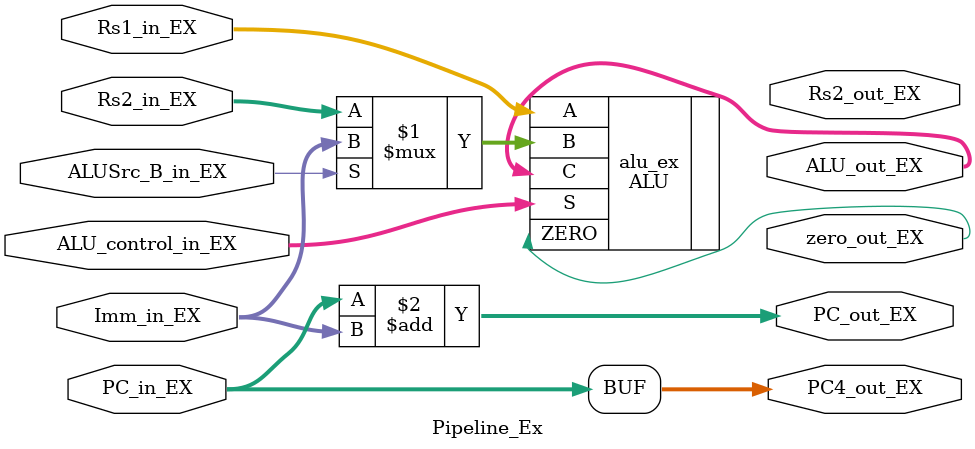
<source format=v>
module Pipeline_Ex(
  input [31:0]PC_in_EX,
  input [31:0]Rs1_in_EX,
  input [31:0]Rs2_in_EX,
  input [31:0]Imm_in_EX,
  input ALUSrc_B_in_EX,
  input [3:0]ALU_control_in_EX,
  output [31:0]PC_out_EX,
  output [31:0]PC4_out_EX,
  output zero_out_EX,
  output [31:0]ALU_out_EX,
  output [31:0]Rs2_out_EX
  );

  ALU alu_ex(.S(ALU_control_in_EX),.A(Rs1_in_EX),.B(ALUSrc_B_in_EX?Imm_in_EX:Rs2_in_EX),
  .C(ALU_out_EX),.ZERO(zero_out_EX));
  assign PC_out_EX = PC_in_EX + Imm_in_EX;
  assign PC4_out_EX = PC_in_EX;
endmodule

</source>
